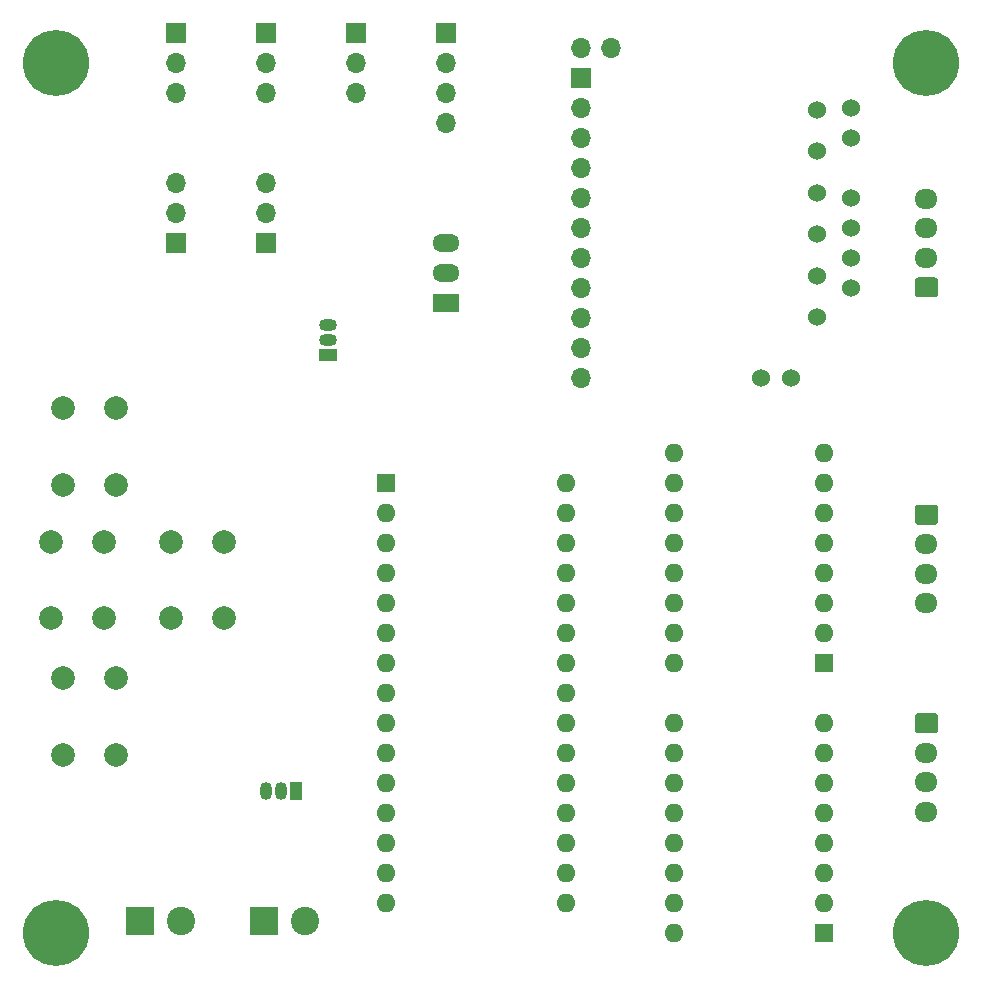
<source format=gbr>
%TF.GenerationSoftware,KiCad,Pcbnew,(5.1.9)-1*%
%TF.CreationDate,2021-11-28T22:55:22-05:00*%
%TF.ProjectId,FilamentFactoryBoard,46696c61-6d65-46e7-9446-6163746f7279,rev?*%
%TF.SameCoordinates,Original*%
%TF.FileFunction,Soldermask,Top*%
%TF.FilePolarity,Negative*%
%FSLAX46Y46*%
G04 Gerber Fmt 4.6, Leading zero omitted, Abs format (unit mm)*
G04 Created by KiCad (PCBNEW (5.1.9)-1) date 2021-11-28 22:55:22*
%MOMM*%
%LPD*%
G01*
G04 APERTURE LIST*
%ADD10R,1.500000X1.050000*%
%ADD11O,1.500000X1.050000*%
%ADD12R,1.050000X1.500000*%
%ADD13O,1.050000X1.500000*%
%ADD14C,2.000000*%
%ADD15O,1.600000X1.600000*%
%ADD16R,1.600000X1.600000*%
%ADD17C,1.524000*%
%ADD18O,1.700000X1.700000*%
%ADD19R,1.700000X1.700000*%
%ADD20C,2.400000*%
%ADD21R,2.400000X2.400000*%
%ADD22O,1.950000X1.700000*%
%ADD23O,2.300000X1.500000*%
%ADD24R,2.300000X1.500000*%
%ADD25C,5.600000*%
%ADD26C,3.600000*%
G04 APERTURE END LIST*
D10*
%TO.C,Q2*%
X259181600Y-60248800D03*
D11*
X259181600Y-57708800D03*
X259181600Y-58978800D03*
%TD*%
D12*
%TO.C,Q1*%
X256489200Y-97129600D03*
D13*
X253949200Y-97129600D03*
X255219200Y-97129600D03*
%TD*%
D14*
%TO.C,SW2*%
X236800000Y-87630000D03*
X241300000Y-87630000D03*
X236800000Y-94130000D03*
X241300000Y-94130000D03*
%TD*%
D15*
%TO.C,A1*%
X279400000Y-106680000D03*
X264160000Y-106680000D03*
X279400000Y-71120000D03*
X264160000Y-104140000D03*
X279400000Y-73660000D03*
X264160000Y-101600000D03*
X279400000Y-76200000D03*
X264160000Y-99060000D03*
X279400000Y-78740000D03*
X264160000Y-96520000D03*
X279400000Y-81280000D03*
X264160000Y-93980000D03*
X279400000Y-83820000D03*
X264160000Y-91440000D03*
X279400000Y-86360000D03*
X264160000Y-88900000D03*
X279400000Y-88900000D03*
X264160000Y-86360000D03*
X279400000Y-91440000D03*
X264160000Y-83820000D03*
X279400000Y-93980000D03*
X264160000Y-81280000D03*
X279400000Y-96520000D03*
X264160000Y-78740000D03*
X279400000Y-99060000D03*
X264160000Y-76200000D03*
X279400000Y-101600000D03*
X264160000Y-73660000D03*
X279400000Y-104140000D03*
D16*
X264160000Y-71120000D03*
%TD*%
D17*
%TO.C,AMIS1*%
X300609000Y-39497000D03*
X300609000Y-42989500D03*
X300609000Y-46545500D03*
X300609000Y-50038000D03*
X300609000Y-53530500D03*
X300609000Y-57023000D03*
X295910000Y-62230000D03*
X298450000Y-62230000D03*
X303530000Y-39370000D03*
X303530000Y-41910000D03*
X303530000Y-46990000D03*
X303530000Y-49530000D03*
X303530000Y-52070000D03*
X303530000Y-54610000D03*
D18*
X283170000Y-34290000D03*
X280670000Y-39370000D03*
X280670000Y-62230000D03*
X280670000Y-59690000D03*
X280670000Y-57150000D03*
X280670000Y-54610000D03*
X280670000Y-52070000D03*
X280670000Y-49530000D03*
X280670000Y-46990000D03*
X280670000Y-44450000D03*
X280670000Y-41910000D03*
X280670000Y-34290000D03*
D19*
X280670000Y-36790000D03*
%TD*%
D20*
%TO.C,HeaterControl1*%
X246761000Y-108204000D03*
D21*
X243261000Y-108204000D03*
%TD*%
D22*
%TO.C,J5*%
X309880000Y-81280000D03*
X309880000Y-78780000D03*
X309880000Y-76280000D03*
G36*
G01*
X309155000Y-72930000D02*
X310605000Y-72930000D01*
G75*
G02*
X310855000Y-73180000I0J-250000D01*
G01*
X310855000Y-74380000D01*
G75*
G02*
X310605000Y-74630000I-250000J0D01*
G01*
X309155000Y-74630000D01*
G75*
G02*
X308905000Y-74380000I0J250000D01*
G01*
X308905000Y-73180000D01*
G75*
G02*
X309155000Y-72930000I250000J0D01*
G01*
G37*
%TD*%
D20*
%TO.C,24V_IN1*%
X257302000Y-108204000D03*
D21*
X253802000Y-108204000D03*
%TD*%
D22*
%TO.C,J2*%
X309880000Y-47030000D03*
X309880000Y-49530000D03*
X309880000Y-52030000D03*
G36*
G01*
X310605000Y-55380000D02*
X309155000Y-55380000D01*
G75*
G02*
X308905000Y-55130000I0J250000D01*
G01*
X308905000Y-53930000D01*
G75*
G02*
X309155000Y-53680000I250000J0D01*
G01*
X310605000Y-53680000D01*
G75*
G02*
X310855000Y-53930000I0J-250000D01*
G01*
X310855000Y-55130000D01*
G75*
G02*
X310605000Y-55380000I-250000J0D01*
G01*
G37*
%TD*%
D23*
%TO.C,U1*%
X269240000Y-50800000D03*
X269240000Y-53340000D03*
D24*
X269240000Y-55880000D03*
%TD*%
D14*
%TO.C,SW4*%
X236800000Y-64770000D03*
X241300000Y-64770000D03*
X236800000Y-71270000D03*
X241300000Y-71270000D03*
%TD*%
%TO.C,SW3*%
X235784000Y-76050000D03*
X240284000Y-76050000D03*
X235784000Y-82550000D03*
X240284000Y-82550000D03*
%TD*%
%TO.C,SW1*%
X245944000Y-76050000D03*
X250444000Y-76050000D03*
X245944000Y-82550000D03*
X250444000Y-82550000D03*
%TD*%
D18*
%TO.C,Thermistor1*%
X261620000Y-38100000D03*
X261620000Y-35560000D03*
D19*
X261620000Y-33020000D03*
%TD*%
D18*
%TO.C,ServoPWM1*%
X246380000Y-45720000D03*
X246380000Y-48260000D03*
D19*
X246380000Y-50800000D03*
%TD*%
D18*
%TO.C,POT_tensionSensor1*%
X254000000Y-38100000D03*
X254000000Y-35560000D03*
D19*
X254000000Y-33020000D03*
%TD*%
D18*
%TO.C,LCD_I2C1*%
X269240000Y-40640000D03*
X269240000Y-38100000D03*
X269240000Y-35560000D03*
D19*
X269240000Y-33020000D03*
%TD*%
D22*
%TO.C,J4*%
X309880000Y-98940000D03*
X309880000Y-96440000D03*
X309880000Y-93940000D03*
G36*
G01*
X309155000Y-90590000D02*
X310605000Y-90590000D01*
G75*
G02*
X310855000Y-90840000I0J-250000D01*
G01*
X310855000Y-92040000D01*
G75*
G02*
X310605000Y-92290000I-250000J0D01*
G01*
X309155000Y-92290000D01*
G75*
G02*
X308905000Y-92040000I0J250000D01*
G01*
X308905000Y-90840000D01*
G75*
G02*
X309155000Y-90590000I250000J0D01*
G01*
G37*
%TD*%
D25*
%TO.C,H4*%
X236220000Y-109220000D03*
D26*
X236220000Y-109220000D03*
%TD*%
D25*
%TO.C,H3*%
X309880000Y-109220000D03*
D26*
X309880000Y-109220000D03*
%TD*%
D25*
%TO.C,H2*%
X236220000Y-35560000D03*
D26*
X236220000Y-35560000D03*
%TD*%
D25*
%TO.C,H1*%
X309880000Y-35560000D03*
D26*
X309880000Y-35560000D03*
%TD*%
D18*
%TO.C,FanPWM1*%
X254000000Y-45720000D03*
X254000000Y-48260000D03*
D19*
X254000000Y-50800000D03*
%TD*%
D18*
%TO.C,conductivitySensor1*%
X246380000Y-38100000D03*
X246380000Y-35560000D03*
D19*
X246380000Y-33020000D03*
%TD*%
D15*
%TO.C,A3*%
X288461000Y-86339000D03*
X301161000Y-68559000D03*
X288461000Y-83799000D03*
X301161000Y-71099000D03*
X288461000Y-81259000D03*
X301161000Y-73639000D03*
X288461000Y-78719000D03*
X301161000Y-76179000D03*
X288461000Y-76179000D03*
X301161000Y-78719000D03*
X288461000Y-73639000D03*
X301161000Y-81259000D03*
X288461000Y-71099000D03*
X301161000Y-83799000D03*
X288461000Y-68559000D03*
D16*
X301161000Y-86339000D03*
%TD*%
D15*
%TO.C,A2*%
X288544000Y-109220000D03*
X301244000Y-91440000D03*
X288544000Y-106680000D03*
X301244000Y-93980000D03*
X288544000Y-104140000D03*
X301244000Y-96520000D03*
X288544000Y-101600000D03*
X301244000Y-99060000D03*
X288544000Y-99060000D03*
X301244000Y-101600000D03*
X288544000Y-96520000D03*
X301244000Y-104140000D03*
X288544000Y-93980000D03*
X301244000Y-106680000D03*
X288544000Y-91440000D03*
D16*
X301244000Y-109220000D03*
%TD*%
M02*

</source>
